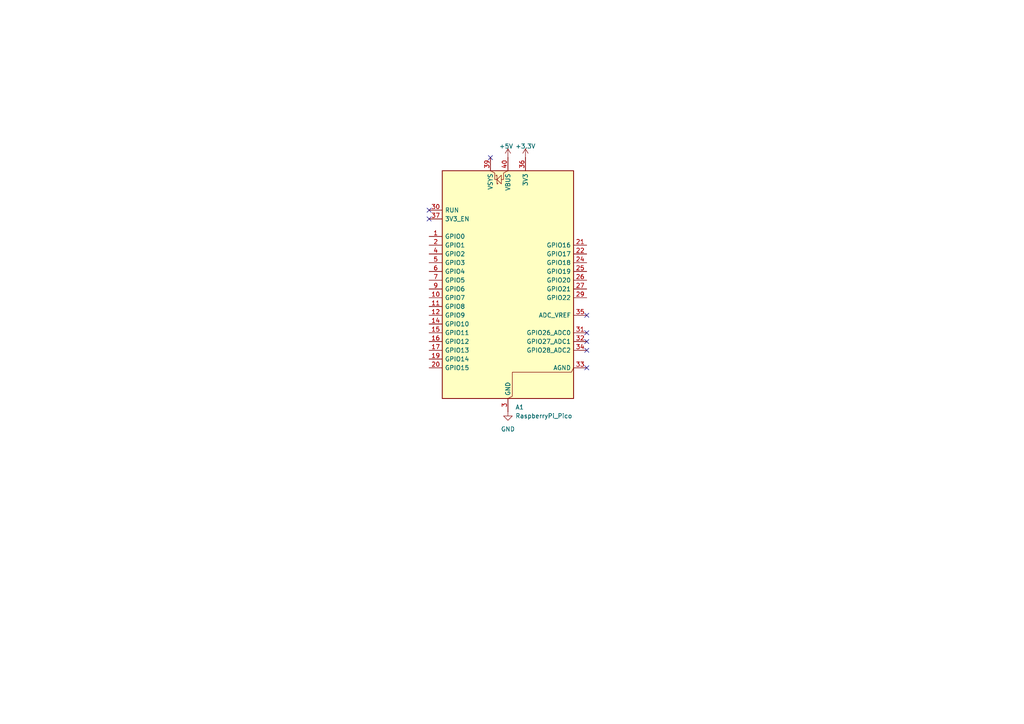
<source format=kicad_sch>
(kicad_sch (version 20250114) (generator "eeschema") (generator_version "9.0")
  (paper "A4")
  (lib_symbols
    (symbol "MCU_Module:RaspberryPi_Pico" (pin_names (offset 0.762))
      (property "Reference" "A" (at -19.05 35.56 0))
      (property "Value" "RaspberryPi_Pico" (at 7.62 35.56 0))
      (symbol "RaspberryPi_Pico_0_1"
        (rectangle (start -19.05 34.29) (end 19.05 -31.75) (stroke (width 0.254)) (fill (type background)))
        (polyline (pts (xy -5.08 34.29) (xy -3.81 33.655) (xy -3.81 31.75) (xy -3.175 31.75)))
        (polyline (pts (xy -3.429 32.766) (xy -3.429 33.02) (xy -3.175 33.02) (xy -3.175 30.48) (xy -2.921 30.48) (xy -2.921 30.734)))
        (polyline (pts (xy -3.175 31.75) (xy -1.905 33.02) (xy -1.905 30.48) (xy -3.175 31.75)))
        (polyline (pts (xy 0 34.29) (xy -1.27 33.655) (xy -1.27 31.75) (xy -1.905 31.75)))
        (polyline (pts (xy 0 -31.75) (xy 1.27 -31.115) (xy 1.27 -24.13) (xy 18.415 -24.13) (xy 19.05 -22.86)))
      )
      (symbol "RaspberryPi_Pico_1_1"
        (pin passive line (at -22.86 22.86 0) (length 3.81) (name "RUN") (number "30"))
        (pin passive line (at -22.86 20.32 0) (length 3.81) (name "3V3_EN") (number "37"))
        (pin bidirectional line (at -22.86 15.24 0) (length 3.81) (name "GPIO0") (number "1"))
        (pin bidirectional line (at -22.86 12.7 0) (length 3.81) (name "GPIO1") (number "2"))
        (pin bidirectional line (at -22.86 10.16 0) (length 3.81) (name "GPIO2") (number "4"))
        (pin bidirectional line (at -22.86 7.62 0) (length 3.81) (name "GPIO3") (number "5"))
        (pin bidirectional line (at -22.86 5.08 0) (length 3.81) (name "GPIO4") (number "6"))
        (pin bidirectional line (at -22.86 2.54 0) (length 3.81) (name "GPIO5") (number "7"))
        (pin bidirectional line (at -22.86 0 0) (length 3.81) (name "GPIO6") (number "9"))
        (pin bidirectional line (at -22.86 -2.54 0) (length 3.81) (name "GPIO7") (number "10"))
        (pin bidirectional line (at -22.86 -5.08 0) (length 3.81) (name "GPIO8") (number "11"))
        (pin bidirectional line (at -22.86 -7.62 0) (length 3.81) (name "GPIO9") (number "12"))
        (pin bidirectional line (at -22.86 -10.16 0) (length 3.81) (name "GPIO10") (number "14"))
        (pin bidirectional line (at -22.86 -12.7 0) (length 3.81) (name "GPIO11") (number "15"))
        (pin bidirectional line (at -22.86 -15.24 0) (length 3.81) (name "GPIO12") (number "16"))
        (pin bidirectional line (at -22.86 -17.78 0) (length 3.81) (name "GPIO13") (number "17"))
        (pin bidirectional line (at -22.86 -20.32 0) (length 3.81) (name "GPIO14") (number "19"))
        (pin bidirectional line (at -22.86 -22.86 0) (length 3.81) (name "GPIO15") (number "20"))
        (pin power_in line (at -5.08 38.1 270) (length 3.81) (name "VSYS") (number "39"))
        (pin power_out line (at 0 38.1 270) (length 3.81) (name "VBUS") (number "40"))
        (pin passive line (at 0 -35.56 90) (length 3.81) (hide yes) (name "GND") (number "13"))
        (pin passive line (at 0 -35.56 90) (length 3.81) (hide yes) (name "GND") (number "18"))
        (pin passive line (at 0 -35.56 90) (length 3.81) (hide yes) (name "GND") (number "23"))
        (pin passive line (at 0 -35.56 90) (length 3.81) (hide yes) (name "GND") (number "28"))
        (pin power_out line (at 0 -35.56 90) (length 3.81) (name "GND") (number "3"))
        (pin passive line (at 0 -35.56 90) (length 3.81) (hide yes) (name "GND") (number "38"))
        (pin passive line (at 0 -35.56 90) (length 3.81) (hide yes) (name "GND") (number "8"))
        (pin power_out line (at 5.08 38.1 270) (length 3.81) (name "3V3") (number "36"))
        (pin bidirectional line (at 22.86 12.7 180) (length 3.81) (name "GPIO16") (number "21"))
        (pin bidirectional line (at 22.86 10.16 180) (length 3.81) (name "GPIO17") (number "22"))
        (pin bidirectional line (at 22.86 7.62 180) (length 3.81) (name "GPIO18") (number "24"))
        (pin bidirectional line (at 22.86 5.08 180) (length 3.81) (name "GPIO19") (number "25"))
        (pin bidirectional line (at 22.86 2.54 180) (length 3.81) (name "GPIO20") (number "26"))
        (pin bidirectional line (at 22.86 0 180) (length 3.81) (name "GPIO21") (number "27"))
        (pin bidirectional line (at 22.86 -2.54 180) (length 3.81) (name "GPIO22") (number "29"))
        (pin power_in line (at 22.86 -7.62 180) (length 3.81) (name "ADC_VREF") (number "35"))
        (pin bidirectional line (at 22.86 -12.7 180) (length 3.81) (name "GPIO26_ADC0") (number "31"))
        (pin bidirectional line (at 22.86 -15.24 180) (length 3.81) (name "GPIO27_ADC1") (number "32"))
        (pin bidirectional line (at 22.86 -17.78 180) (length 3.81) (name "GPIO28_ADC2") (number "34"))
        (pin power_out line (at 22.86 -22.86 180) (length 3.81) (name "AGND") (number "33"))
      )
    )
    (symbol "power:+3.3V" (power) (pin_numbers (hide yes)) (pin_names (offset 0) (hide yes))
      (property "Value" "+3.3V" (at 0 3.556 0))
      (symbol "+3.3V_0_1"
        (polyline (pts (xy -0.762 1.27) (xy 0 2.54)))
        (polyline (pts (xy 0 2.54) (xy 0.762 1.27)))
        (polyline (pts (xy 0 0) (xy 0 2.54)))
      )
      (symbol "+3.3V_1_1"
        (pin power_in line (at 0 0 90) (length 0) (name "~") (number "1"))
      )
    )
    (symbol "power:+5V" (power) (pin_numbers (hide yes)) (pin_names (offset 0) (hide yes))
      (property "Value" "+5V" (at 0 3.556 0))
      (symbol "+5V_0_1"
        (polyline (pts (xy -0.762 1.27) (xy 0 2.54)))
        (polyline (pts (xy 0 2.54) (xy 0.762 1.27)))
        (polyline (pts (xy 0 0) (xy 0 2.54)))
      )
      (symbol "+5V_1_1"
        (pin power_in line (at 0 0 90) (length 0) (name "~") (number "1"))
      )
    )
    (symbol "power:GND" (power) (pin_numbers (hide yes)) (pin_names (offset 0) (hide yes))
      (property "Value" "GND" (at 0 -3.81 0))
      (symbol "GND_0_1"
        (polyline (pts (xy 0 0) (xy 0 -1.27) (xy 1.27 -1.27) (xy 0 -2.54) (xy -1.27 -1.27) (xy 0 -1.27)))
      )
      (symbol "GND_1_1"
        (pin power_in line (at 0 0 270) (length 0) (name "~") (number "1"))
      )
    )
  )
  (no_connect (at 170.18 99.06))
  (no_connect (at 170.18 91.44))
  (no_connect (at 142.24 45.72))
  (no_connect (at 124.46 63.5))
  (no_connect (at 124.46 60.96))
  (no_connect (at 170.18 101.6))
  (no_connect (at 170.18 96.52))
  (no_connect (at 170.18 106.68))
  (symbol (lib_id "power:+3.3V") (at 152.4 45.72 0) (unit 1)
    (property "Reference" "#PWR01" (effects (hide yes)))
    (property "Value" "+3.3V" (at 152.4 42.418 0))
    (property "Description" "Power symbol creates a global label with name \"+3.3V\"" (effects (hide yes)))
  )
  (symbol (lib_id "MCU_Module:RaspberryPi_Pico") (at 147.32 83.82 0) (unit 1)
    (property "Reference" "A1" (at 149.4633 118.11 0) (effects (justify left)))
    (property "Value" "RaspberryPi_Pico" (at 149.4633 120.65 0) (effects (justify left)))
    (property "Footprint" "Module:RaspberryPi_Pico_Common_Unspecified" (effects (hide yes)))
    (property "Datasheet" "https://datasheets.raspberrypi.com/pico/pico-datasheet.pdf" (effects (hide yes)))
    (property "Description" "Versatile and inexpensive microcontroller module powered by RP2040 dual-core Arm Cortex-M0+ processor up to 133 MHz, 264kB SRAM, 2MB QSPI flash; also supports Raspberry Pi Pico 2" (effects (hide yes)))
  )
  (symbol (lib_id "power:GND") (at 147.32 119.38 0) (unit 1)
    (property "Reference" "#PWR02" (effects (hide yes)))
    (property "Value" "GND" (at 147.32 124.46 0))
    (property "Description" "Power symbol creates a global label with name \"GND\" , ground" (effects (hide yes)))
  )
  (symbol (lib_id "power:+5V") (at 147.32 45.72 0) (unit 1)
    (property "Reference" "#PWR03" (effects (hide yes)))
    (property "Value" "+5V" (at 146.812 42.418 0))
    (property "Description" "Power symbol creates a global label with name \"+5V\"" (effects (hide yes)))
  )
)
</source>
